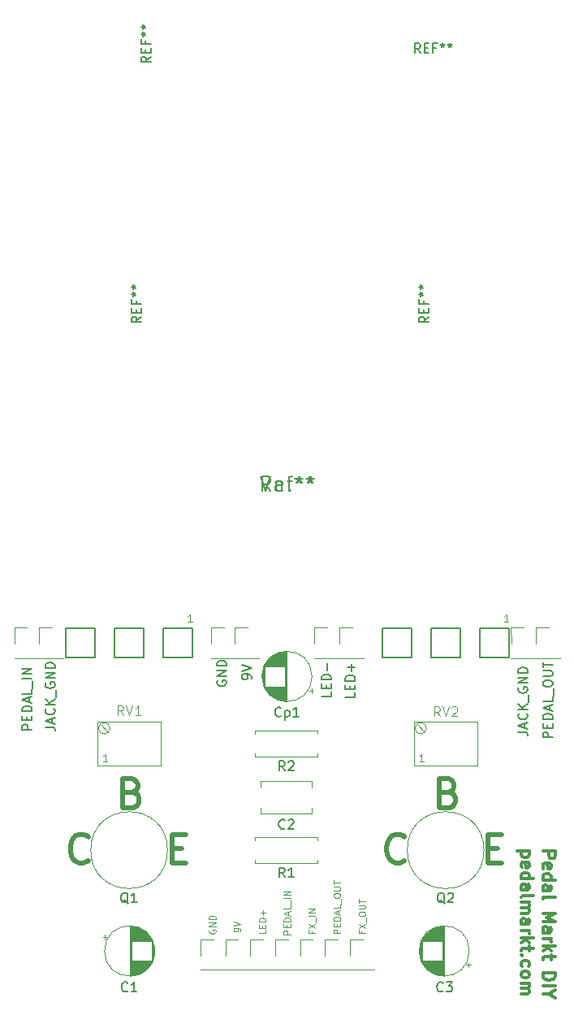
<source format=gbr>
G04 #@! TF.GenerationSoftware,KiCad,Pcbnew,(5.1.5-0-10_14)*
G04 #@! TF.CreationDate,2021-11-26T18:20:29+01:00*
G04 #@! TF.ProjectId,npnium,6e706e69-756d-42e6-9b69-6361645f7063,rev?*
G04 #@! TF.SameCoordinates,Original*
G04 #@! TF.FileFunction,Legend,Top*
G04 #@! TF.FilePolarity,Positive*
%FSLAX46Y46*%
G04 Gerber Fmt 4.6, Leading zero omitted, Abs format (unit mm)*
G04 Created by KiCad (PCBNEW (5.1.5-0-10_14)) date 2021-11-26 18:20:29*
%MOMM*%
%LPD*%
G04 APERTURE LIST*
%ADD10C,0.325000*%
%ADD11C,0.120000*%
%ADD12C,0.100000*%
%ADD13C,0.127000*%
%ADD14C,0.150000*%
%ADD15C,0.500000*%
%ADD16C,0.065024*%
%ADD17C,0.110000*%
%ADD18C,0.097536*%
G04 APERTURE END LIST*
D10*
X126649404Y-100120773D02*
X127949404Y-100120773D01*
X127949404Y-100616011D01*
X127887500Y-100739821D01*
X127825595Y-100801726D01*
X127701785Y-100863630D01*
X127516071Y-100863630D01*
X127392261Y-100801726D01*
X127330357Y-100739821D01*
X127268452Y-100616011D01*
X127268452Y-100120773D01*
X126711309Y-101916011D02*
X126649404Y-101792202D01*
X126649404Y-101544583D01*
X126711309Y-101420773D01*
X126835119Y-101358869D01*
X127330357Y-101358869D01*
X127454166Y-101420773D01*
X127516071Y-101544583D01*
X127516071Y-101792202D01*
X127454166Y-101916011D01*
X127330357Y-101977916D01*
X127206547Y-101977916D01*
X127082738Y-101358869D01*
X126649404Y-103092202D02*
X127949404Y-103092202D01*
X126711309Y-103092202D02*
X126649404Y-102968392D01*
X126649404Y-102720773D01*
X126711309Y-102596964D01*
X126773214Y-102535059D01*
X126897023Y-102473154D01*
X127268452Y-102473154D01*
X127392261Y-102535059D01*
X127454166Y-102596964D01*
X127516071Y-102720773D01*
X127516071Y-102968392D01*
X127454166Y-103092202D01*
X126649404Y-104268392D02*
X127330357Y-104268392D01*
X127454166Y-104206488D01*
X127516071Y-104082678D01*
X127516071Y-103835059D01*
X127454166Y-103711250D01*
X126711309Y-104268392D02*
X126649404Y-104144583D01*
X126649404Y-103835059D01*
X126711309Y-103711250D01*
X126835119Y-103649345D01*
X126958928Y-103649345D01*
X127082738Y-103711250D01*
X127144642Y-103835059D01*
X127144642Y-104144583D01*
X127206547Y-104268392D01*
X126649404Y-105073154D02*
X126711309Y-104949345D01*
X126835119Y-104887440D01*
X127949404Y-104887440D01*
X126649404Y-106558869D02*
X127949404Y-106558869D01*
X127020833Y-106992202D01*
X127949404Y-107425535D01*
X126649404Y-107425535D01*
X126649404Y-108601726D02*
X127330357Y-108601726D01*
X127454166Y-108539821D01*
X127516071Y-108416011D01*
X127516071Y-108168392D01*
X127454166Y-108044583D01*
X126711309Y-108601726D02*
X126649404Y-108477916D01*
X126649404Y-108168392D01*
X126711309Y-108044583D01*
X126835119Y-107982678D01*
X126958928Y-107982678D01*
X127082738Y-108044583D01*
X127144642Y-108168392D01*
X127144642Y-108477916D01*
X127206547Y-108601726D01*
X126649404Y-109220773D02*
X127516071Y-109220773D01*
X127268452Y-109220773D02*
X127392261Y-109282678D01*
X127454166Y-109344583D01*
X127516071Y-109468392D01*
X127516071Y-109592202D01*
X126649404Y-110025535D02*
X127949404Y-110025535D01*
X127144642Y-110149345D02*
X126649404Y-110520773D01*
X127516071Y-110520773D02*
X127020833Y-110025535D01*
X127516071Y-110892202D02*
X127516071Y-111387440D01*
X127949404Y-111077916D02*
X126835119Y-111077916D01*
X126711309Y-111139821D01*
X126649404Y-111263630D01*
X126649404Y-111387440D01*
X126649404Y-112811250D02*
X127949404Y-112811250D01*
X127949404Y-113120773D01*
X127887500Y-113306488D01*
X127763690Y-113430297D01*
X127639880Y-113492202D01*
X127392261Y-113554107D01*
X127206547Y-113554107D01*
X126958928Y-113492202D01*
X126835119Y-113430297D01*
X126711309Y-113306488D01*
X126649404Y-113120773D01*
X126649404Y-112811250D01*
X126649404Y-114111250D02*
X127949404Y-114111250D01*
X127268452Y-114977916D02*
X126649404Y-114977916D01*
X127949404Y-114544583D02*
X127268452Y-114977916D01*
X127949404Y-115411250D01*
X125241071Y-100120773D02*
X123941071Y-100120773D01*
X125179166Y-100120773D02*
X125241071Y-100244583D01*
X125241071Y-100492202D01*
X125179166Y-100616011D01*
X125117261Y-100677916D01*
X124993452Y-100739821D01*
X124622023Y-100739821D01*
X124498214Y-100677916D01*
X124436309Y-100616011D01*
X124374404Y-100492202D01*
X124374404Y-100244583D01*
X124436309Y-100120773D01*
X124436309Y-101792202D02*
X124374404Y-101668392D01*
X124374404Y-101420773D01*
X124436309Y-101296964D01*
X124560119Y-101235059D01*
X125055357Y-101235059D01*
X125179166Y-101296964D01*
X125241071Y-101420773D01*
X125241071Y-101668392D01*
X125179166Y-101792202D01*
X125055357Y-101854107D01*
X124931547Y-101854107D01*
X124807738Y-101235059D01*
X124374404Y-102968392D02*
X125674404Y-102968392D01*
X124436309Y-102968392D02*
X124374404Y-102844583D01*
X124374404Y-102596964D01*
X124436309Y-102473154D01*
X124498214Y-102411250D01*
X124622023Y-102349345D01*
X124993452Y-102349345D01*
X125117261Y-102411250D01*
X125179166Y-102473154D01*
X125241071Y-102596964D01*
X125241071Y-102844583D01*
X125179166Y-102968392D01*
X124374404Y-104144583D02*
X125055357Y-104144583D01*
X125179166Y-104082678D01*
X125241071Y-103958869D01*
X125241071Y-103711250D01*
X125179166Y-103587440D01*
X124436309Y-104144583D02*
X124374404Y-104020773D01*
X124374404Y-103711250D01*
X124436309Y-103587440D01*
X124560119Y-103525535D01*
X124683928Y-103525535D01*
X124807738Y-103587440D01*
X124869642Y-103711250D01*
X124869642Y-104020773D01*
X124931547Y-104144583D01*
X124374404Y-104949345D02*
X124436309Y-104825535D01*
X124560119Y-104763630D01*
X125674404Y-104763630D01*
X124374404Y-105444583D02*
X125241071Y-105444583D01*
X125117261Y-105444583D02*
X125179166Y-105506488D01*
X125241071Y-105630297D01*
X125241071Y-105816011D01*
X125179166Y-105939821D01*
X125055357Y-106001726D01*
X124374404Y-106001726D01*
X125055357Y-106001726D02*
X125179166Y-106063630D01*
X125241071Y-106187440D01*
X125241071Y-106373154D01*
X125179166Y-106496964D01*
X125055357Y-106558869D01*
X124374404Y-106558869D01*
X124374404Y-107735059D02*
X125055357Y-107735059D01*
X125179166Y-107673154D01*
X125241071Y-107549345D01*
X125241071Y-107301726D01*
X125179166Y-107177916D01*
X124436309Y-107735059D02*
X124374404Y-107611250D01*
X124374404Y-107301726D01*
X124436309Y-107177916D01*
X124560119Y-107116011D01*
X124683928Y-107116011D01*
X124807738Y-107177916D01*
X124869642Y-107301726D01*
X124869642Y-107611250D01*
X124931547Y-107735059D01*
X124374404Y-108354107D02*
X125241071Y-108354107D01*
X124993452Y-108354107D02*
X125117261Y-108416011D01*
X125179166Y-108477916D01*
X125241071Y-108601726D01*
X125241071Y-108725535D01*
X124374404Y-109158869D02*
X125674404Y-109158869D01*
X124869642Y-109282678D02*
X124374404Y-109654107D01*
X125241071Y-109654107D02*
X124745833Y-109158869D01*
X125241071Y-110025535D02*
X125241071Y-110520773D01*
X125674404Y-110211250D02*
X124560119Y-110211250D01*
X124436309Y-110273154D01*
X124374404Y-110396964D01*
X124374404Y-110520773D01*
X124498214Y-110954107D02*
X124436309Y-111016011D01*
X124374404Y-110954107D01*
X124436309Y-110892202D01*
X124498214Y-110954107D01*
X124374404Y-110954107D01*
X124436309Y-112130297D02*
X124374404Y-112006488D01*
X124374404Y-111758869D01*
X124436309Y-111635059D01*
X124498214Y-111573154D01*
X124622023Y-111511250D01*
X124993452Y-111511250D01*
X125117261Y-111573154D01*
X125179166Y-111635059D01*
X125241071Y-111758869D01*
X125241071Y-112006488D01*
X125179166Y-112130297D01*
X124374404Y-112873154D02*
X124436309Y-112749345D01*
X124498214Y-112687440D01*
X124622023Y-112625535D01*
X124993452Y-112625535D01*
X125117261Y-112687440D01*
X125179166Y-112749345D01*
X125241071Y-112873154D01*
X125241071Y-113058869D01*
X125179166Y-113182678D01*
X125117261Y-113244583D01*
X124993452Y-113306488D01*
X124622023Y-113306488D01*
X124498214Y-113244583D01*
X124436309Y-113182678D01*
X124374404Y-113058869D01*
X124374404Y-112873154D01*
X124374404Y-113863630D02*
X125241071Y-113863630D01*
X125117261Y-113863630D02*
X125179166Y-113925535D01*
X125241071Y-114049345D01*
X125241071Y-114235059D01*
X125179166Y-114358869D01*
X125055357Y-114420773D01*
X124374404Y-114420773D01*
X125055357Y-114420773D02*
X125179166Y-114482678D01*
X125241071Y-114606488D01*
X125241071Y-114792202D01*
X125179166Y-114916011D01*
X125055357Y-114977916D01*
X124374404Y-114977916D01*
D11*
X87500000Y-100000000D02*
G75*
G03X87500000Y-100000000I-4000000J0D01*
G01*
X120500000Y-100000000D02*
G75*
G03X120500000Y-100000000I-4000000J0D01*
G01*
X118904775Y-112225000D02*
X118904775Y-111725000D01*
X119154775Y-111975000D02*
X118654775Y-111975000D01*
X113749000Y-110784000D02*
X113749000Y-110216000D01*
X113789000Y-111018000D02*
X113789000Y-109982000D01*
X113829000Y-111177000D02*
X113829000Y-109823000D01*
X113869000Y-111305000D02*
X113869000Y-109695000D01*
X113909000Y-111415000D02*
X113909000Y-109585000D01*
X113949000Y-111511000D02*
X113949000Y-109489000D01*
X113989000Y-111598000D02*
X113989000Y-109402000D01*
X114029000Y-111678000D02*
X114029000Y-109322000D01*
X114069000Y-109460000D02*
X114069000Y-109249000D01*
X114069000Y-111751000D02*
X114069000Y-111540000D01*
X114109000Y-109460000D02*
X114109000Y-109181000D01*
X114109000Y-111819000D02*
X114109000Y-111540000D01*
X114149000Y-109460000D02*
X114149000Y-109117000D01*
X114149000Y-111883000D02*
X114149000Y-111540000D01*
X114189000Y-109460000D02*
X114189000Y-109057000D01*
X114189000Y-111943000D02*
X114189000Y-111540000D01*
X114229000Y-109460000D02*
X114229000Y-109000000D01*
X114229000Y-112000000D02*
X114229000Y-111540000D01*
X114269000Y-109460000D02*
X114269000Y-108946000D01*
X114269000Y-112054000D02*
X114269000Y-111540000D01*
X114309000Y-109460000D02*
X114309000Y-108895000D01*
X114309000Y-112105000D02*
X114309000Y-111540000D01*
X114349000Y-109460000D02*
X114349000Y-108847000D01*
X114349000Y-112153000D02*
X114349000Y-111540000D01*
X114389000Y-109460000D02*
X114389000Y-108801000D01*
X114389000Y-112199000D02*
X114389000Y-111540000D01*
X114429000Y-109460000D02*
X114429000Y-108757000D01*
X114429000Y-112243000D02*
X114429000Y-111540000D01*
X114469000Y-109460000D02*
X114469000Y-108715000D01*
X114469000Y-112285000D02*
X114469000Y-111540000D01*
X114509000Y-109460000D02*
X114509000Y-108674000D01*
X114509000Y-112326000D02*
X114509000Y-111540000D01*
X114549000Y-109460000D02*
X114549000Y-108636000D01*
X114549000Y-112364000D02*
X114549000Y-111540000D01*
X114589000Y-109460000D02*
X114589000Y-108599000D01*
X114589000Y-112401000D02*
X114589000Y-111540000D01*
X114629000Y-109460000D02*
X114629000Y-108563000D01*
X114629000Y-112437000D02*
X114629000Y-111540000D01*
X114669000Y-109460000D02*
X114669000Y-108529000D01*
X114669000Y-112471000D02*
X114669000Y-111540000D01*
X114709000Y-109460000D02*
X114709000Y-108496000D01*
X114709000Y-112504000D02*
X114709000Y-111540000D01*
X114749000Y-109460000D02*
X114749000Y-108465000D01*
X114749000Y-112535000D02*
X114749000Y-111540000D01*
X114789000Y-109460000D02*
X114789000Y-108435000D01*
X114789000Y-112565000D02*
X114789000Y-111540000D01*
X114829000Y-109460000D02*
X114829000Y-108405000D01*
X114829000Y-112595000D02*
X114829000Y-111540000D01*
X114869000Y-109460000D02*
X114869000Y-108378000D01*
X114869000Y-112622000D02*
X114869000Y-111540000D01*
X114909000Y-109460000D02*
X114909000Y-108351000D01*
X114909000Y-112649000D02*
X114909000Y-111540000D01*
X114949000Y-109460000D02*
X114949000Y-108325000D01*
X114949000Y-112675000D02*
X114949000Y-111540000D01*
X114989000Y-109460000D02*
X114989000Y-108300000D01*
X114989000Y-112700000D02*
X114989000Y-111540000D01*
X115029000Y-109460000D02*
X115029000Y-108276000D01*
X115029000Y-112724000D02*
X115029000Y-111540000D01*
X115069000Y-109460000D02*
X115069000Y-108253000D01*
X115069000Y-112747000D02*
X115069000Y-111540000D01*
X115109000Y-109460000D02*
X115109000Y-108232000D01*
X115109000Y-112768000D02*
X115109000Y-111540000D01*
X115149000Y-109460000D02*
X115149000Y-108210000D01*
X115149000Y-112790000D02*
X115149000Y-111540000D01*
X115189000Y-109460000D02*
X115189000Y-108190000D01*
X115189000Y-112810000D02*
X115189000Y-111540000D01*
X115229000Y-109460000D02*
X115229000Y-108171000D01*
X115229000Y-112829000D02*
X115229000Y-111540000D01*
X115269000Y-109460000D02*
X115269000Y-108152000D01*
X115269000Y-112848000D02*
X115269000Y-111540000D01*
X115309000Y-109460000D02*
X115309000Y-108135000D01*
X115309000Y-112865000D02*
X115309000Y-111540000D01*
X115349000Y-109460000D02*
X115349000Y-108118000D01*
X115349000Y-112882000D02*
X115349000Y-111540000D01*
X115389000Y-109460000D02*
X115389000Y-108102000D01*
X115389000Y-112898000D02*
X115389000Y-111540000D01*
X115429000Y-109460000D02*
X115429000Y-108086000D01*
X115429000Y-112914000D02*
X115429000Y-111540000D01*
X115469000Y-109460000D02*
X115469000Y-108072000D01*
X115469000Y-112928000D02*
X115469000Y-111540000D01*
X115509000Y-109460000D02*
X115509000Y-108058000D01*
X115509000Y-112942000D02*
X115509000Y-111540000D01*
X115549000Y-109460000D02*
X115549000Y-108045000D01*
X115549000Y-112955000D02*
X115549000Y-111540000D01*
X115589000Y-109460000D02*
X115589000Y-108032000D01*
X115589000Y-112968000D02*
X115589000Y-111540000D01*
X115629000Y-109460000D02*
X115629000Y-108020000D01*
X115629000Y-112980000D02*
X115629000Y-111540000D01*
X115670000Y-109460000D02*
X115670000Y-108009000D01*
X115670000Y-112991000D02*
X115670000Y-111540000D01*
X115710000Y-109460000D02*
X115710000Y-107999000D01*
X115710000Y-113001000D02*
X115710000Y-111540000D01*
X115750000Y-109460000D02*
X115750000Y-107989000D01*
X115750000Y-113011000D02*
X115750000Y-111540000D01*
X115790000Y-109460000D02*
X115790000Y-107980000D01*
X115790000Y-113020000D02*
X115790000Y-111540000D01*
X115830000Y-109460000D02*
X115830000Y-107972000D01*
X115830000Y-113028000D02*
X115830000Y-111540000D01*
X115870000Y-109460000D02*
X115870000Y-107964000D01*
X115870000Y-113036000D02*
X115870000Y-111540000D01*
X115910000Y-109460000D02*
X115910000Y-107957000D01*
X115910000Y-113043000D02*
X115910000Y-111540000D01*
X115950000Y-109460000D02*
X115950000Y-107950000D01*
X115950000Y-113050000D02*
X115950000Y-111540000D01*
X115990000Y-109460000D02*
X115990000Y-107944000D01*
X115990000Y-113056000D02*
X115990000Y-111540000D01*
X116030000Y-109460000D02*
X116030000Y-107939000D01*
X116030000Y-113061000D02*
X116030000Y-111540000D01*
X116070000Y-109460000D02*
X116070000Y-107935000D01*
X116070000Y-113065000D02*
X116070000Y-111540000D01*
X116110000Y-109460000D02*
X116110000Y-107931000D01*
X116110000Y-113069000D02*
X116110000Y-111540000D01*
X116150000Y-113073000D02*
X116150000Y-107927000D01*
X116190000Y-113076000D02*
X116190000Y-107924000D01*
X116230000Y-113078000D02*
X116230000Y-107922000D01*
X116270000Y-113079000D02*
X116270000Y-107921000D01*
X116310000Y-113080000D02*
X116310000Y-107920000D01*
X116350000Y-113080000D02*
X116350000Y-107920000D01*
X118970000Y-110500000D02*
G75*
G03X118970000Y-110500000I-2620000J0D01*
G01*
D12*
X119820000Y-91200000D02*
X119820000Y-86600000D01*
X113180000Y-86600000D02*
X119820000Y-86600000D01*
X113180000Y-91200000D02*
X113180000Y-86600000D01*
X119820000Y-91200000D02*
X113180000Y-91200000D01*
X114500000Y-87300000D02*
G75*
G03X114500000Y-87300000I-600000J0D01*
G01*
X114200000Y-87600000D02*
X113600000Y-87000000D01*
X86820000Y-91200000D02*
X86820000Y-86600000D01*
X80180000Y-86600000D02*
X86820000Y-86600000D01*
X80180000Y-91200000D02*
X80180000Y-86600000D01*
X86820000Y-91200000D02*
X80180000Y-91200000D01*
X81500000Y-87300000D02*
G75*
G03X81500000Y-87300000I-600000J0D01*
G01*
X81200000Y-87600000D02*
X80600000Y-87000000D01*
D11*
X96620000Y-87530000D02*
X96620000Y-87860000D01*
X103160000Y-87530000D02*
X96620000Y-87530000D01*
X103160000Y-87860000D02*
X103160000Y-87530000D01*
X96620000Y-90270000D02*
X96620000Y-89940000D01*
X103160000Y-90270000D02*
X96620000Y-90270000D01*
X103160000Y-89940000D02*
X103160000Y-90270000D01*
X96620000Y-98630000D02*
X96620000Y-98960000D01*
X103160000Y-98630000D02*
X96620000Y-98630000D01*
X103160000Y-98960000D02*
X103160000Y-98630000D01*
X96620000Y-101370000D02*
X96620000Y-101040000D01*
X103160000Y-101370000D02*
X96620000Y-101370000D01*
X103160000Y-101040000D02*
X103160000Y-101370000D01*
X105430000Y-76810000D02*
X106760000Y-76810000D01*
X105433500Y-78463500D02*
X105430000Y-76810000D01*
X105420000Y-79976500D02*
X107960000Y-79980000D01*
X125930000Y-76810000D02*
X127260000Y-76810000D01*
X125933500Y-78463500D02*
X125930000Y-76810000D01*
X125920000Y-79976500D02*
X128460000Y-79980000D01*
X98730000Y-109310000D02*
X100060000Y-109310000D01*
X98733500Y-110963500D02*
X98730000Y-109310000D01*
X98720000Y-112476500D02*
X101260000Y-112480000D01*
X102830000Y-76810000D02*
X104160000Y-76810000D01*
X102833500Y-78463500D02*
X102830000Y-76810000D01*
X102820000Y-79976500D02*
X105360000Y-79980000D01*
X96130000Y-109310000D02*
X97460000Y-109310000D01*
X96133500Y-110963500D02*
X96130000Y-109310000D01*
X96120000Y-112476500D02*
X98660000Y-112480000D01*
X123330000Y-76810000D02*
X124660000Y-76810000D01*
X123333500Y-78463500D02*
X123330000Y-76810000D01*
X123320000Y-79976500D02*
X125860000Y-79980000D01*
X103930000Y-109310000D02*
X105260000Y-109310000D01*
X103933500Y-110963500D02*
X103930000Y-109310000D01*
X103920000Y-112476500D02*
X106460000Y-112480000D01*
X74130000Y-76810000D02*
X75460000Y-76810000D01*
X74133500Y-78463500D02*
X74130000Y-76810000D01*
X74120000Y-79976500D02*
X76660000Y-79980000D01*
X71530000Y-76810000D02*
X72860000Y-76810000D01*
X71533500Y-78463500D02*
X71530000Y-76810000D01*
X71520000Y-79976500D02*
X74060000Y-79980000D01*
X93530000Y-109310000D02*
X94860000Y-109310000D01*
X93533500Y-110963500D02*
X93530000Y-109310000D01*
X93520000Y-112476500D02*
X96060000Y-112480000D01*
X90930000Y-109310000D02*
X92260000Y-109310000D01*
X90933500Y-110963500D02*
X90930000Y-109310000D01*
X90920000Y-112476500D02*
X93460000Y-112480000D01*
X106530000Y-109310000D02*
X107860000Y-109310000D01*
X106533500Y-110963500D02*
X106530000Y-109310000D01*
X106520000Y-112476500D02*
X109060000Y-112480000D01*
X101330000Y-109310000D02*
X102660000Y-109310000D01*
X101333500Y-110963500D02*
X101330000Y-109310000D01*
X101320000Y-112476500D02*
X103860000Y-112480000D01*
X94530000Y-76810000D02*
X95860000Y-76810000D01*
X94533500Y-78463500D02*
X94530000Y-76810000D01*
X94520000Y-79976500D02*
X97060000Y-79980000D01*
X92030000Y-76810000D02*
X93360000Y-76810000D01*
X92033500Y-78463500D02*
X92030000Y-76810000D01*
X92020000Y-79976500D02*
X94560000Y-79980000D01*
X102504775Y-83625000D02*
X102504775Y-83125000D01*
X102754775Y-83375000D02*
X102254775Y-83375000D01*
X97349000Y-82184000D02*
X97349000Y-81616000D01*
X97389000Y-82418000D02*
X97389000Y-81382000D01*
X97429000Y-82577000D02*
X97429000Y-81223000D01*
X97469000Y-82705000D02*
X97469000Y-81095000D01*
X97509000Y-82815000D02*
X97509000Y-80985000D01*
X97549000Y-82911000D02*
X97549000Y-80889000D01*
X97589000Y-82998000D02*
X97589000Y-80802000D01*
X97629000Y-83078000D02*
X97629000Y-80722000D01*
X97669000Y-80860000D02*
X97669000Y-80649000D01*
X97669000Y-83151000D02*
X97669000Y-82940000D01*
X97709000Y-80860000D02*
X97709000Y-80581000D01*
X97709000Y-83219000D02*
X97709000Y-82940000D01*
X97749000Y-80860000D02*
X97749000Y-80517000D01*
X97749000Y-83283000D02*
X97749000Y-82940000D01*
X97789000Y-80860000D02*
X97789000Y-80457000D01*
X97789000Y-83343000D02*
X97789000Y-82940000D01*
X97829000Y-80860000D02*
X97829000Y-80400000D01*
X97829000Y-83400000D02*
X97829000Y-82940000D01*
X97869000Y-80860000D02*
X97869000Y-80346000D01*
X97869000Y-83454000D02*
X97869000Y-82940000D01*
X97909000Y-80860000D02*
X97909000Y-80295000D01*
X97909000Y-83505000D02*
X97909000Y-82940000D01*
X97949000Y-80860000D02*
X97949000Y-80247000D01*
X97949000Y-83553000D02*
X97949000Y-82940000D01*
X97989000Y-80860000D02*
X97989000Y-80201000D01*
X97989000Y-83599000D02*
X97989000Y-82940000D01*
X98029000Y-80860000D02*
X98029000Y-80157000D01*
X98029000Y-83643000D02*
X98029000Y-82940000D01*
X98069000Y-80860000D02*
X98069000Y-80115000D01*
X98069000Y-83685000D02*
X98069000Y-82940000D01*
X98109000Y-80860000D02*
X98109000Y-80074000D01*
X98109000Y-83726000D02*
X98109000Y-82940000D01*
X98149000Y-80860000D02*
X98149000Y-80036000D01*
X98149000Y-83764000D02*
X98149000Y-82940000D01*
X98189000Y-80860000D02*
X98189000Y-79999000D01*
X98189000Y-83801000D02*
X98189000Y-82940000D01*
X98229000Y-80860000D02*
X98229000Y-79963000D01*
X98229000Y-83837000D02*
X98229000Y-82940000D01*
X98269000Y-80860000D02*
X98269000Y-79929000D01*
X98269000Y-83871000D02*
X98269000Y-82940000D01*
X98309000Y-80860000D02*
X98309000Y-79896000D01*
X98309000Y-83904000D02*
X98309000Y-82940000D01*
X98349000Y-80860000D02*
X98349000Y-79865000D01*
X98349000Y-83935000D02*
X98349000Y-82940000D01*
X98389000Y-80860000D02*
X98389000Y-79835000D01*
X98389000Y-83965000D02*
X98389000Y-82940000D01*
X98429000Y-80860000D02*
X98429000Y-79805000D01*
X98429000Y-83995000D02*
X98429000Y-82940000D01*
X98469000Y-80860000D02*
X98469000Y-79778000D01*
X98469000Y-84022000D02*
X98469000Y-82940000D01*
X98509000Y-80860000D02*
X98509000Y-79751000D01*
X98509000Y-84049000D02*
X98509000Y-82940000D01*
X98549000Y-80860000D02*
X98549000Y-79725000D01*
X98549000Y-84075000D02*
X98549000Y-82940000D01*
X98589000Y-80860000D02*
X98589000Y-79700000D01*
X98589000Y-84100000D02*
X98589000Y-82940000D01*
X98629000Y-80860000D02*
X98629000Y-79676000D01*
X98629000Y-84124000D02*
X98629000Y-82940000D01*
X98669000Y-80860000D02*
X98669000Y-79653000D01*
X98669000Y-84147000D02*
X98669000Y-82940000D01*
X98709000Y-80860000D02*
X98709000Y-79632000D01*
X98709000Y-84168000D02*
X98709000Y-82940000D01*
X98749000Y-80860000D02*
X98749000Y-79610000D01*
X98749000Y-84190000D02*
X98749000Y-82940000D01*
X98789000Y-80860000D02*
X98789000Y-79590000D01*
X98789000Y-84210000D02*
X98789000Y-82940000D01*
X98829000Y-80860000D02*
X98829000Y-79571000D01*
X98829000Y-84229000D02*
X98829000Y-82940000D01*
X98869000Y-80860000D02*
X98869000Y-79552000D01*
X98869000Y-84248000D02*
X98869000Y-82940000D01*
X98909000Y-80860000D02*
X98909000Y-79535000D01*
X98909000Y-84265000D02*
X98909000Y-82940000D01*
X98949000Y-80860000D02*
X98949000Y-79518000D01*
X98949000Y-84282000D02*
X98949000Y-82940000D01*
X98989000Y-80860000D02*
X98989000Y-79502000D01*
X98989000Y-84298000D02*
X98989000Y-82940000D01*
X99029000Y-80860000D02*
X99029000Y-79486000D01*
X99029000Y-84314000D02*
X99029000Y-82940000D01*
X99069000Y-80860000D02*
X99069000Y-79472000D01*
X99069000Y-84328000D02*
X99069000Y-82940000D01*
X99109000Y-80860000D02*
X99109000Y-79458000D01*
X99109000Y-84342000D02*
X99109000Y-82940000D01*
X99149000Y-80860000D02*
X99149000Y-79445000D01*
X99149000Y-84355000D02*
X99149000Y-82940000D01*
X99189000Y-80860000D02*
X99189000Y-79432000D01*
X99189000Y-84368000D02*
X99189000Y-82940000D01*
X99229000Y-80860000D02*
X99229000Y-79420000D01*
X99229000Y-84380000D02*
X99229000Y-82940000D01*
X99270000Y-80860000D02*
X99270000Y-79409000D01*
X99270000Y-84391000D02*
X99270000Y-82940000D01*
X99310000Y-80860000D02*
X99310000Y-79399000D01*
X99310000Y-84401000D02*
X99310000Y-82940000D01*
X99350000Y-80860000D02*
X99350000Y-79389000D01*
X99350000Y-84411000D02*
X99350000Y-82940000D01*
X99390000Y-80860000D02*
X99390000Y-79380000D01*
X99390000Y-84420000D02*
X99390000Y-82940000D01*
X99430000Y-80860000D02*
X99430000Y-79372000D01*
X99430000Y-84428000D02*
X99430000Y-82940000D01*
X99470000Y-80860000D02*
X99470000Y-79364000D01*
X99470000Y-84436000D02*
X99470000Y-82940000D01*
X99510000Y-80860000D02*
X99510000Y-79357000D01*
X99510000Y-84443000D02*
X99510000Y-82940000D01*
X99550000Y-80860000D02*
X99550000Y-79350000D01*
X99550000Y-84450000D02*
X99550000Y-82940000D01*
X99590000Y-80860000D02*
X99590000Y-79344000D01*
X99590000Y-84456000D02*
X99590000Y-82940000D01*
X99630000Y-80860000D02*
X99630000Y-79339000D01*
X99630000Y-84461000D02*
X99630000Y-82940000D01*
X99670000Y-80860000D02*
X99670000Y-79335000D01*
X99670000Y-84465000D02*
X99670000Y-82940000D01*
X99710000Y-80860000D02*
X99710000Y-79331000D01*
X99710000Y-84469000D02*
X99710000Y-82940000D01*
X99750000Y-84473000D02*
X99750000Y-79327000D01*
X99790000Y-84476000D02*
X99790000Y-79324000D01*
X99830000Y-84478000D02*
X99830000Y-79322000D01*
X99870000Y-84479000D02*
X99870000Y-79321000D01*
X99910000Y-84480000D02*
X99910000Y-79320000D01*
X99950000Y-84480000D02*
X99950000Y-79320000D01*
X102570000Y-81900000D02*
G75*
G03X102570000Y-81900000I-2620000J0D01*
G01*
X97230000Y-93445000D02*
X97230000Y-92779000D01*
X97230000Y-96221000D02*
X97230000Y-95555000D01*
X102570000Y-93445000D02*
X102570000Y-92779000D01*
X102570000Y-96221000D02*
X102570000Y-95555000D01*
X102570000Y-92779000D02*
X97230000Y-92779000D01*
X102570000Y-96221000D02*
X97230000Y-96221000D01*
X80995225Y-108775000D02*
X80995225Y-109275000D01*
X80745225Y-109025000D02*
X81245225Y-109025000D01*
X86151000Y-110216000D02*
X86151000Y-110784000D01*
X86111000Y-109982000D02*
X86111000Y-111018000D01*
X86071000Y-109823000D02*
X86071000Y-111177000D01*
X86031000Y-109695000D02*
X86031000Y-111305000D01*
X85991000Y-109585000D02*
X85991000Y-111415000D01*
X85951000Y-109489000D02*
X85951000Y-111511000D01*
X85911000Y-109402000D02*
X85911000Y-111598000D01*
X85871000Y-109322000D02*
X85871000Y-111678000D01*
X85831000Y-111540000D02*
X85831000Y-111751000D01*
X85831000Y-109249000D02*
X85831000Y-109460000D01*
X85791000Y-111540000D02*
X85791000Y-111819000D01*
X85791000Y-109181000D02*
X85791000Y-109460000D01*
X85751000Y-111540000D02*
X85751000Y-111883000D01*
X85751000Y-109117000D02*
X85751000Y-109460000D01*
X85711000Y-111540000D02*
X85711000Y-111943000D01*
X85711000Y-109057000D02*
X85711000Y-109460000D01*
X85671000Y-111540000D02*
X85671000Y-112000000D01*
X85671000Y-109000000D02*
X85671000Y-109460000D01*
X85631000Y-111540000D02*
X85631000Y-112054000D01*
X85631000Y-108946000D02*
X85631000Y-109460000D01*
X85591000Y-111540000D02*
X85591000Y-112105000D01*
X85591000Y-108895000D02*
X85591000Y-109460000D01*
X85551000Y-111540000D02*
X85551000Y-112153000D01*
X85551000Y-108847000D02*
X85551000Y-109460000D01*
X85511000Y-111540000D02*
X85511000Y-112199000D01*
X85511000Y-108801000D02*
X85511000Y-109460000D01*
X85471000Y-111540000D02*
X85471000Y-112243000D01*
X85471000Y-108757000D02*
X85471000Y-109460000D01*
X85431000Y-111540000D02*
X85431000Y-112285000D01*
X85431000Y-108715000D02*
X85431000Y-109460000D01*
X85391000Y-111540000D02*
X85391000Y-112326000D01*
X85391000Y-108674000D02*
X85391000Y-109460000D01*
X85351000Y-111540000D02*
X85351000Y-112364000D01*
X85351000Y-108636000D02*
X85351000Y-109460000D01*
X85311000Y-111540000D02*
X85311000Y-112401000D01*
X85311000Y-108599000D02*
X85311000Y-109460000D01*
X85271000Y-111540000D02*
X85271000Y-112437000D01*
X85271000Y-108563000D02*
X85271000Y-109460000D01*
X85231000Y-111540000D02*
X85231000Y-112471000D01*
X85231000Y-108529000D02*
X85231000Y-109460000D01*
X85191000Y-111540000D02*
X85191000Y-112504000D01*
X85191000Y-108496000D02*
X85191000Y-109460000D01*
X85151000Y-111540000D02*
X85151000Y-112535000D01*
X85151000Y-108465000D02*
X85151000Y-109460000D01*
X85111000Y-111540000D02*
X85111000Y-112565000D01*
X85111000Y-108435000D02*
X85111000Y-109460000D01*
X85071000Y-111540000D02*
X85071000Y-112595000D01*
X85071000Y-108405000D02*
X85071000Y-109460000D01*
X85031000Y-111540000D02*
X85031000Y-112622000D01*
X85031000Y-108378000D02*
X85031000Y-109460000D01*
X84991000Y-111540000D02*
X84991000Y-112649000D01*
X84991000Y-108351000D02*
X84991000Y-109460000D01*
X84951000Y-111540000D02*
X84951000Y-112675000D01*
X84951000Y-108325000D02*
X84951000Y-109460000D01*
X84911000Y-111540000D02*
X84911000Y-112700000D01*
X84911000Y-108300000D02*
X84911000Y-109460000D01*
X84871000Y-111540000D02*
X84871000Y-112724000D01*
X84871000Y-108276000D02*
X84871000Y-109460000D01*
X84831000Y-111540000D02*
X84831000Y-112747000D01*
X84831000Y-108253000D02*
X84831000Y-109460000D01*
X84791000Y-111540000D02*
X84791000Y-112768000D01*
X84791000Y-108232000D02*
X84791000Y-109460000D01*
X84751000Y-111540000D02*
X84751000Y-112790000D01*
X84751000Y-108210000D02*
X84751000Y-109460000D01*
X84711000Y-111540000D02*
X84711000Y-112810000D01*
X84711000Y-108190000D02*
X84711000Y-109460000D01*
X84671000Y-111540000D02*
X84671000Y-112829000D01*
X84671000Y-108171000D02*
X84671000Y-109460000D01*
X84631000Y-111540000D02*
X84631000Y-112848000D01*
X84631000Y-108152000D02*
X84631000Y-109460000D01*
X84591000Y-111540000D02*
X84591000Y-112865000D01*
X84591000Y-108135000D02*
X84591000Y-109460000D01*
X84551000Y-111540000D02*
X84551000Y-112882000D01*
X84551000Y-108118000D02*
X84551000Y-109460000D01*
X84511000Y-111540000D02*
X84511000Y-112898000D01*
X84511000Y-108102000D02*
X84511000Y-109460000D01*
X84471000Y-111540000D02*
X84471000Y-112914000D01*
X84471000Y-108086000D02*
X84471000Y-109460000D01*
X84431000Y-111540000D02*
X84431000Y-112928000D01*
X84431000Y-108072000D02*
X84431000Y-109460000D01*
X84391000Y-111540000D02*
X84391000Y-112942000D01*
X84391000Y-108058000D02*
X84391000Y-109460000D01*
X84351000Y-111540000D02*
X84351000Y-112955000D01*
X84351000Y-108045000D02*
X84351000Y-109460000D01*
X84311000Y-111540000D02*
X84311000Y-112968000D01*
X84311000Y-108032000D02*
X84311000Y-109460000D01*
X84271000Y-111540000D02*
X84271000Y-112980000D01*
X84271000Y-108020000D02*
X84271000Y-109460000D01*
X84230000Y-111540000D02*
X84230000Y-112991000D01*
X84230000Y-108009000D02*
X84230000Y-109460000D01*
X84190000Y-111540000D02*
X84190000Y-113001000D01*
X84190000Y-107999000D02*
X84190000Y-109460000D01*
X84150000Y-111540000D02*
X84150000Y-113011000D01*
X84150000Y-107989000D02*
X84150000Y-109460000D01*
X84110000Y-111540000D02*
X84110000Y-113020000D01*
X84110000Y-107980000D02*
X84110000Y-109460000D01*
X84070000Y-111540000D02*
X84070000Y-113028000D01*
X84070000Y-107972000D02*
X84070000Y-109460000D01*
X84030000Y-111540000D02*
X84030000Y-113036000D01*
X84030000Y-107964000D02*
X84030000Y-109460000D01*
X83990000Y-111540000D02*
X83990000Y-113043000D01*
X83990000Y-107957000D02*
X83990000Y-109460000D01*
X83950000Y-111540000D02*
X83950000Y-113050000D01*
X83950000Y-107950000D02*
X83950000Y-109460000D01*
X83910000Y-111540000D02*
X83910000Y-113056000D01*
X83910000Y-107944000D02*
X83910000Y-109460000D01*
X83870000Y-111540000D02*
X83870000Y-113061000D01*
X83870000Y-107939000D02*
X83870000Y-109460000D01*
X83830000Y-111540000D02*
X83830000Y-113065000D01*
X83830000Y-107935000D02*
X83830000Y-109460000D01*
X83790000Y-111540000D02*
X83790000Y-113069000D01*
X83790000Y-107931000D02*
X83790000Y-109460000D01*
X83750000Y-107927000D02*
X83750000Y-113073000D01*
X83710000Y-107924000D02*
X83710000Y-113076000D01*
X83670000Y-107922000D02*
X83670000Y-113078000D01*
X83630000Y-107921000D02*
X83630000Y-113079000D01*
X83590000Y-107920000D02*
X83590000Y-113080000D01*
X83550000Y-107920000D02*
X83550000Y-113080000D01*
X86170000Y-110500000D02*
G75*
G03X86170000Y-110500000I-2620000J0D01*
G01*
D13*
X123104000Y-79924000D02*
X123104000Y-76876000D01*
X120056000Y-79924000D02*
X123104000Y-79924000D01*
X120056000Y-76876000D02*
X120056000Y-79924000D01*
X118024000Y-79924000D02*
X118024000Y-76876000D01*
X114976000Y-79924000D02*
X118024000Y-79924000D01*
X114976000Y-76876000D02*
X114976000Y-79924000D01*
X112944000Y-79924000D02*
X112944000Y-76876000D01*
X109896000Y-79924000D02*
X112944000Y-79924000D01*
X109896000Y-76876000D02*
X109896000Y-79924000D01*
X120056000Y-76876000D02*
X123104000Y-76876000D01*
X114976000Y-76876000D02*
X118024000Y-76876000D01*
X109896000Y-76876000D02*
X112944000Y-76876000D01*
X90104000Y-79924000D02*
X90104000Y-76876000D01*
X87056000Y-79924000D02*
X90104000Y-79924000D01*
X87056000Y-76876000D02*
X87056000Y-79924000D01*
X85024000Y-79924000D02*
X85024000Y-76876000D01*
X81976000Y-79924000D02*
X85024000Y-79924000D01*
X81976000Y-76876000D02*
X81976000Y-79924000D01*
X79944000Y-79924000D02*
X79944000Y-76876000D01*
X76896000Y-79924000D02*
X79944000Y-79924000D01*
X76896000Y-76876000D02*
X76896000Y-79924000D01*
X87056000Y-76876000D02*
X90104000Y-76876000D01*
X81976000Y-76876000D02*
X85024000Y-76876000D01*
X76896000Y-76876000D02*
X79944000Y-76876000D01*
D14*
X83404761Y-105547619D02*
X83309523Y-105500000D01*
X83214285Y-105404761D01*
X83071428Y-105261904D01*
X82976190Y-105214285D01*
X82880952Y-105214285D01*
X82928571Y-105452380D02*
X82833333Y-105404761D01*
X82738095Y-105309523D01*
X82690476Y-105119047D01*
X82690476Y-104785714D01*
X82738095Y-104595238D01*
X82833333Y-104500000D01*
X82928571Y-104452380D01*
X83119047Y-104452380D01*
X83214285Y-104500000D01*
X83309523Y-104595238D01*
X83357142Y-104785714D01*
X83357142Y-105119047D01*
X83309523Y-105309523D01*
X83214285Y-105404761D01*
X83119047Y-105452380D01*
X82928571Y-105452380D01*
X84309523Y-105452380D02*
X83738095Y-105452380D01*
X84023809Y-105452380D02*
X84023809Y-104452380D01*
X83928571Y-104595238D01*
X83833333Y-104690476D01*
X83738095Y-104738095D01*
D15*
X83814285Y-93985714D02*
X84242857Y-94128571D01*
X84385714Y-94271428D01*
X84528571Y-94557142D01*
X84528571Y-94985714D01*
X84385714Y-95271428D01*
X84242857Y-95414285D01*
X83957142Y-95557142D01*
X82814285Y-95557142D01*
X82814285Y-92557142D01*
X83814285Y-92557142D01*
X84100000Y-92700000D01*
X84242857Y-92842857D01*
X84385714Y-93128571D01*
X84385714Y-93414285D01*
X84242857Y-93700000D01*
X84100000Y-93842857D01*
X83814285Y-93985714D01*
X82814285Y-93985714D01*
X87957142Y-99785714D02*
X88957142Y-99785714D01*
X89385714Y-101357142D02*
X87957142Y-101357142D01*
X87957142Y-98357142D01*
X89385714Y-98357142D01*
X79228571Y-101071428D02*
X79085714Y-101214285D01*
X78657142Y-101357142D01*
X78371428Y-101357142D01*
X77942857Y-101214285D01*
X77657142Y-100928571D01*
X77514285Y-100642857D01*
X77371428Y-100071428D01*
X77371428Y-99642857D01*
X77514285Y-99071428D01*
X77657142Y-98785714D01*
X77942857Y-98500000D01*
X78371428Y-98357142D01*
X78657142Y-98357142D01*
X79085714Y-98500000D01*
X79228571Y-98642857D01*
D14*
X116404761Y-105547619D02*
X116309523Y-105500000D01*
X116214285Y-105404761D01*
X116071428Y-105261904D01*
X115976190Y-105214285D01*
X115880952Y-105214285D01*
X115928571Y-105452380D02*
X115833333Y-105404761D01*
X115738095Y-105309523D01*
X115690476Y-105119047D01*
X115690476Y-104785714D01*
X115738095Y-104595238D01*
X115833333Y-104500000D01*
X115928571Y-104452380D01*
X116119047Y-104452380D01*
X116214285Y-104500000D01*
X116309523Y-104595238D01*
X116357142Y-104785714D01*
X116357142Y-105119047D01*
X116309523Y-105309523D01*
X116214285Y-105404761D01*
X116119047Y-105452380D01*
X115928571Y-105452380D01*
X116738095Y-104547619D02*
X116785714Y-104500000D01*
X116880952Y-104452380D01*
X117119047Y-104452380D01*
X117214285Y-104500000D01*
X117261904Y-104547619D01*
X117309523Y-104642857D01*
X117309523Y-104738095D01*
X117261904Y-104880952D01*
X116690476Y-105452380D01*
X117309523Y-105452380D01*
D15*
X116814285Y-93985714D02*
X117242857Y-94128571D01*
X117385714Y-94271428D01*
X117528571Y-94557142D01*
X117528571Y-94985714D01*
X117385714Y-95271428D01*
X117242857Y-95414285D01*
X116957142Y-95557142D01*
X115814285Y-95557142D01*
X115814285Y-92557142D01*
X116814285Y-92557142D01*
X117100000Y-92700000D01*
X117242857Y-92842857D01*
X117385714Y-93128571D01*
X117385714Y-93414285D01*
X117242857Y-93700000D01*
X117100000Y-93842857D01*
X116814285Y-93985714D01*
X115814285Y-93985714D01*
X120957142Y-99785714D02*
X121957142Y-99785714D01*
X122385714Y-101357142D02*
X120957142Y-101357142D01*
X120957142Y-98357142D01*
X122385714Y-98357142D01*
X112228571Y-101071428D02*
X112085714Y-101214285D01*
X111657142Y-101357142D01*
X111371428Y-101357142D01*
X110942857Y-101214285D01*
X110657142Y-100928571D01*
X110514285Y-100642857D01*
X110371428Y-100071428D01*
X110371428Y-99642857D01*
X110514285Y-99071428D01*
X110657142Y-98785714D01*
X110942857Y-98500000D01*
X111371428Y-98357142D01*
X111657142Y-98357142D01*
X112085714Y-98500000D01*
X112228571Y-98642857D01*
D14*
X116233333Y-114657142D02*
X116185714Y-114704761D01*
X116042857Y-114752380D01*
X115947619Y-114752380D01*
X115804761Y-114704761D01*
X115709523Y-114609523D01*
X115661904Y-114514285D01*
X115614285Y-114323809D01*
X115614285Y-114180952D01*
X115661904Y-113990476D01*
X115709523Y-113895238D01*
X115804761Y-113800000D01*
X115947619Y-113752380D01*
X116042857Y-113752380D01*
X116185714Y-113800000D01*
X116233333Y-113847619D01*
X116566666Y-113752380D02*
X117185714Y-113752380D01*
X116852380Y-114133333D01*
X116995238Y-114133333D01*
X117090476Y-114180952D01*
X117138095Y-114228571D01*
X117185714Y-114323809D01*
X117185714Y-114561904D01*
X117138095Y-114657142D01*
X117090476Y-114704761D01*
X116995238Y-114752380D01*
X116709523Y-114752380D01*
X116614285Y-114704761D01*
X116566666Y-114657142D01*
D12*
X115904761Y-86052380D02*
X115571428Y-85576190D01*
X115333333Y-86052380D02*
X115333333Y-85052380D01*
X115714285Y-85052380D01*
X115809523Y-85100000D01*
X115857142Y-85147619D01*
X115904761Y-85242857D01*
X115904761Y-85385714D01*
X115857142Y-85480952D01*
X115809523Y-85528571D01*
X115714285Y-85576190D01*
X115333333Y-85576190D01*
X116190476Y-85052380D02*
X116523809Y-86052380D01*
X116857142Y-85052380D01*
X117142857Y-85147619D02*
X117190476Y-85100000D01*
X117285714Y-85052380D01*
X117523809Y-85052380D01*
X117619047Y-85100000D01*
X117666666Y-85147619D01*
X117714285Y-85242857D01*
X117714285Y-85338095D01*
X117666666Y-85480952D01*
X117095238Y-86052380D01*
X117714285Y-86052380D01*
D16*
X114220617Y-90749310D02*
X113779382Y-90749310D01*
X114000000Y-90749310D02*
X114000000Y-89977150D01*
X113926460Y-90087459D01*
X113852921Y-90160998D01*
X113779382Y-90197767D01*
D12*
X82904761Y-85952380D02*
X82571428Y-85476190D01*
X82333333Y-85952380D02*
X82333333Y-84952380D01*
X82714285Y-84952380D01*
X82809523Y-85000000D01*
X82857142Y-85047619D01*
X82904761Y-85142857D01*
X82904761Y-85285714D01*
X82857142Y-85380952D01*
X82809523Y-85428571D01*
X82714285Y-85476190D01*
X82333333Y-85476190D01*
X83190476Y-84952380D02*
X83523809Y-85952380D01*
X83857142Y-84952380D01*
X84714285Y-85952380D02*
X84142857Y-85952380D01*
X84428571Y-85952380D02*
X84428571Y-84952380D01*
X84333333Y-85095238D01*
X84238095Y-85190476D01*
X84142857Y-85238095D01*
D16*
X81220617Y-90749310D02*
X80779382Y-90749310D01*
X81000000Y-90749310D02*
X81000000Y-89977150D01*
X80926460Y-90087459D01*
X80852921Y-90160998D01*
X80779382Y-90197767D01*
D14*
X99723333Y-91722380D02*
X99390000Y-91246190D01*
X99151904Y-91722380D02*
X99151904Y-90722380D01*
X99532857Y-90722380D01*
X99628095Y-90770000D01*
X99675714Y-90817619D01*
X99723333Y-90912857D01*
X99723333Y-91055714D01*
X99675714Y-91150952D01*
X99628095Y-91198571D01*
X99532857Y-91246190D01*
X99151904Y-91246190D01*
X100104285Y-90817619D02*
X100151904Y-90770000D01*
X100247142Y-90722380D01*
X100485238Y-90722380D01*
X100580476Y-90770000D01*
X100628095Y-90817619D01*
X100675714Y-90912857D01*
X100675714Y-91008095D01*
X100628095Y-91150952D01*
X100056666Y-91722380D01*
X100675714Y-91722380D01*
X99723333Y-102822380D02*
X99390000Y-102346190D01*
X99151904Y-102822380D02*
X99151904Y-101822380D01*
X99532857Y-101822380D01*
X99628095Y-101870000D01*
X99675714Y-101917619D01*
X99723333Y-102012857D01*
X99723333Y-102155714D01*
X99675714Y-102250952D01*
X99628095Y-102298571D01*
X99532857Y-102346190D01*
X99151904Y-102346190D01*
X100675714Y-102822380D02*
X100104285Y-102822380D01*
X100390000Y-102822380D02*
X100390000Y-101822380D01*
X100294761Y-101965238D01*
X100199523Y-102060476D01*
X100104285Y-102108095D01*
X107052380Y-83588214D02*
X107052380Y-84064404D01*
X106052380Y-84064404D01*
X106528571Y-83254880D02*
X106528571Y-82921547D01*
X107052380Y-82778690D02*
X107052380Y-83254880D01*
X106052380Y-83254880D01*
X106052380Y-82778690D01*
X107052380Y-82350119D02*
X106052380Y-82350119D01*
X106052380Y-82112023D01*
X106100000Y-81969166D01*
X106195238Y-81873928D01*
X106290476Y-81826309D01*
X106480952Y-81778690D01*
X106623809Y-81778690D01*
X106814285Y-81826309D01*
X106909523Y-81873928D01*
X107004761Y-81969166D01*
X107052380Y-82112023D01*
X107052380Y-82350119D01*
X106671428Y-81350119D02*
X106671428Y-80588214D01*
X107052380Y-80969166D02*
X106290476Y-80969166D01*
X127652380Y-88264404D02*
X126652380Y-88264404D01*
X126652380Y-87883452D01*
X126700000Y-87788214D01*
X126747619Y-87740595D01*
X126842857Y-87692976D01*
X126985714Y-87692976D01*
X127080952Y-87740595D01*
X127128571Y-87788214D01*
X127176190Y-87883452D01*
X127176190Y-88264404D01*
X127128571Y-87264404D02*
X127128571Y-86931071D01*
X127652380Y-86788214D02*
X127652380Y-87264404D01*
X126652380Y-87264404D01*
X126652380Y-86788214D01*
X127652380Y-86359642D02*
X126652380Y-86359642D01*
X126652380Y-86121547D01*
X126700000Y-85978690D01*
X126795238Y-85883452D01*
X126890476Y-85835833D01*
X127080952Y-85788214D01*
X127223809Y-85788214D01*
X127414285Y-85835833D01*
X127509523Y-85883452D01*
X127604761Y-85978690D01*
X127652380Y-86121547D01*
X127652380Y-86359642D01*
X127366666Y-85407261D02*
X127366666Y-84931071D01*
X127652380Y-85502500D02*
X126652380Y-85169166D01*
X127652380Y-84835833D01*
X127652380Y-84026309D02*
X127652380Y-84502500D01*
X126652380Y-84502500D01*
X127747619Y-83931071D02*
X127747619Y-83169166D01*
X126652380Y-82740595D02*
X126652380Y-82550119D01*
X126700000Y-82454880D01*
X126795238Y-82359642D01*
X126985714Y-82312023D01*
X127319047Y-82312023D01*
X127509523Y-82359642D01*
X127604761Y-82454880D01*
X127652380Y-82550119D01*
X127652380Y-82740595D01*
X127604761Y-82835833D01*
X127509523Y-82931071D01*
X127319047Y-82978690D01*
X126985714Y-82978690D01*
X126795238Y-82931071D01*
X126700000Y-82835833D01*
X126652380Y-82740595D01*
X126652380Y-81883452D02*
X127461904Y-81883452D01*
X127557142Y-81835833D01*
X127604761Y-81788214D01*
X127652380Y-81692976D01*
X127652380Y-81502500D01*
X127604761Y-81407261D01*
X127557142Y-81359642D01*
X127461904Y-81312023D01*
X126652380Y-81312023D01*
X126652380Y-80978690D02*
X126652380Y-80407261D01*
X127652380Y-80692976D02*
X126652380Y-80692976D01*
D17*
X100316666Y-108761833D02*
X99616666Y-108761833D01*
X99616666Y-108495166D01*
X99650000Y-108428500D01*
X99683333Y-108395166D01*
X99750000Y-108361833D01*
X99850000Y-108361833D01*
X99916666Y-108395166D01*
X99950000Y-108428500D01*
X99983333Y-108495166D01*
X99983333Y-108761833D01*
X99950000Y-108061833D02*
X99950000Y-107828500D01*
X100316666Y-107728500D02*
X100316666Y-108061833D01*
X99616666Y-108061833D01*
X99616666Y-107728500D01*
X100316666Y-107428500D02*
X99616666Y-107428500D01*
X99616666Y-107261833D01*
X99650000Y-107161833D01*
X99716666Y-107095166D01*
X99783333Y-107061833D01*
X99916666Y-107028500D01*
X100016666Y-107028500D01*
X100150000Y-107061833D01*
X100216666Y-107095166D01*
X100283333Y-107161833D01*
X100316666Y-107261833D01*
X100316666Y-107428500D01*
X100116666Y-106761833D02*
X100116666Y-106428500D01*
X100316666Y-106828500D02*
X99616666Y-106595166D01*
X100316666Y-106361833D01*
X100316666Y-105795166D02*
X100316666Y-106128500D01*
X99616666Y-106128500D01*
X100383333Y-105728500D02*
X100383333Y-105195166D01*
X100316666Y-105028500D02*
X99616666Y-105028500D01*
X100316666Y-104695166D02*
X99616666Y-104695166D01*
X100316666Y-104295166D01*
X99616666Y-104295166D01*
D14*
X104552380Y-83488214D02*
X104552380Y-83964404D01*
X103552380Y-83964404D01*
X104028571Y-83154880D02*
X104028571Y-82821547D01*
X104552380Y-82678690D02*
X104552380Y-83154880D01*
X103552380Y-83154880D01*
X103552380Y-82678690D01*
X104552380Y-82250119D02*
X103552380Y-82250119D01*
X103552380Y-82012023D01*
X103600000Y-81869166D01*
X103695238Y-81773928D01*
X103790476Y-81726309D01*
X103980952Y-81678690D01*
X104123809Y-81678690D01*
X104314285Y-81726309D01*
X104409523Y-81773928D01*
X104504761Y-81869166D01*
X104552380Y-82012023D01*
X104552380Y-82250119D01*
X104171428Y-81250119D02*
X104171428Y-80488214D01*
D17*
X97716666Y-108328500D02*
X97716666Y-108661833D01*
X97016666Y-108661833D01*
X97350000Y-108095166D02*
X97350000Y-107861833D01*
X97716666Y-107761833D02*
X97716666Y-108095166D01*
X97016666Y-108095166D01*
X97016666Y-107761833D01*
X97716666Y-107461833D02*
X97016666Y-107461833D01*
X97016666Y-107295166D01*
X97050000Y-107195166D01*
X97116666Y-107128500D01*
X97183333Y-107095166D01*
X97316666Y-107061833D01*
X97416666Y-107061833D01*
X97550000Y-107095166D01*
X97616666Y-107128500D01*
X97683333Y-107195166D01*
X97716666Y-107295166D01*
X97716666Y-107461833D01*
X97450000Y-106761833D02*
X97450000Y-106228500D01*
X97716666Y-106495166D02*
X97183333Y-106495166D01*
D14*
X124052380Y-87678690D02*
X124766666Y-87678690D01*
X124909523Y-87726309D01*
X125004761Y-87821547D01*
X125052380Y-87964404D01*
X125052380Y-88059642D01*
X124766666Y-87250119D02*
X124766666Y-86773928D01*
X125052380Y-87345357D02*
X124052380Y-87012023D01*
X125052380Y-86678690D01*
X124957142Y-85773928D02*
X125004761Y-85821547D01*
X125052380Y-85964404D01*
X125052380Y-86059642D01*
X125004761Y-86202500D01*
X124909523Y-86297738D01*
X124814285Y-86345357D01*
X124623809Y-86392976D01*
X124480952Y-86392976D01*
X124290476Y-86345357D01*
X124195238Y-86297738D01*
X124100000Y-86202500D01*
X124052380Y-86059642D01*
X124052380Y-85964404D01*
X124100000Y-85821547D01*
X124147619Y-85773928D01*
X125052380Y-85345357D02*
X124052380Y-85345357D01*
X125052380Y-84773928D02*
X124480952Y-85202500D01*
X124052380Y-84773928D02*
X124623809Y-85345357D01*
X125147619Y-84583452D02*
X125147619Y-83821547D01*
X124100000Y-83059642D02*
X124052380Y-83154880D01*
X124052380Y-83297738D01*
X124100000Y-83440595D01*
X124195238Y-83535833D01*
X124290476Y-83583452D01*
X124480952Y-83631071D01*
X124623809Y-83631071D01*
X124814285Y-83583452D01*
X124909523Y-83535833D01*
X125004761Y-83440595D01*
X125052380Y-83297738D01*
X125052380Y-83202500D01*
X125004761Y-83059642D01*
X124957142Y-83012023D01*
X124623809Y-83012023D01*
X124623809Y-83202500D01*
X125052380Y-82583452D02*
X124052380Y-82583452D01*
X125052380Y-82012023D01*
X124052380Y-82012023D01*
X125052380Y-81535833D02*
X124052380Y-81535833D01*
X124052380Y-81297738D01*
X124100000Y-81154880D01*
X124195238Y-81059642D01*
X124290476Y-81012023D01*
X124480952Y-80964404D01*
X124623809Y-80964404D01*
X124814285Y-81012023D01*
X124909523Y-81059642D01*
X125004761Y-81154880D01*
X125052380Y-81297738D01*
X125052380Y-81535833D01*
D17*
X105516666Y-108661833D02*
X104816666Y-108661833D01*
X104816666Y-108395166D01*
X104850000Y-108328500D01*
X104883333Y-108295166D01*
X104950000Y-108261833D01*
X105050000Y-108261833D01*
X105116666Y-108295166D01*
X105150000Y-108328500D01*
X105183333Y-108395166D01*
X105183333Y-108661833D01*
X105150000Y-107961833D02*
X105150000Y-107728500D01*
X105516666Y-107628500D02*
X105516666Y-107961833D01*
X104816666Y-107961833D01*
X104816666Y-107628500D01*
X105516666Y-107328500D02*
X104816666Y-107328500D01*
X104816666Y-107161833D01*
X104850000Y-107061833D01*
X104916666Y-106995166D01*
X104983333Y-106961833D01*
X105116666Y-106928500D01*
X105216666Y-106928500D01*
X105350000Y-106961833D01*
X105416666Y-106995166D01*
X105483333Y-107061833D01*
X105516666Y-107161833D01*
X105516666Y-107328500D01*
X105316666Y-106661833D02*
X105316666Y-106328500D01*
X105516666Y-106728500D02*
X104816666Y-106495166D01*
X105516666Y-106261833D01*
X105516666Y-105695166D02*
X105516666Y-106028500D01*
X104816666Y-106028500D01*
X105583333Y-105628500D02*
X105583333Y-105095166D01*
X104816666Y-104795166D02*
X104816666Y-104661833D01*
X104850000Y-104595166D01*
X104916666Y-104528500D01*
X105050000Y-104495166D01*
X105283333Y-104495166D01*
X105416666Y-104528500D01*
X105483333Y-104595166D01*
X105516666Y-104661833D01*
X105516666Y-104795166D01*
X105483333Y-104861833D01*
X105416666Y-104928500D01*
X105283333Y-104961833D01*
X105050000Y-104961833D01*
X104916666Y-104928500D01*
X104850000Y-104861833D01*
X104816666Y-104795166D01*
X104816666Y-104195166D02*
X105383333Y-104195166D01*
X105450000Y-104161833D01*
X105483333Y-104128500D01*
X105516666Y-104061833D01*
X105516666Y-103928500D01*
X105483333Y-103861833D01*
X105450000Y-103828500D01*
X105383333Y-103795166D01*
X104816666Y-103795166D01*
X104816666Y-103561833D02*
X104816666Y-103161833D01*
X105516666Y-103361833D02*
X104816666Y-103361833D01*
D14*
X74752380Y-87178690D02*
X75466666Y-87178690D01*
X75609523Y-87226309D01*
X75704761Y-87321547D01*
X75752380Y-87464404D01*
X75752380Y-87559642D01*
X75466666Y-86750119D02*
X75466666Y-86273928D01*
X75752380Y-86845357D02*
X74752380Y-86512023D01*
X75752380Y-86178690D01*
X75657142Y-85273928D02*
X75704761Y-85321547D01*
X75752380Y-85464404D01*
X75752380Y-85559642D01*
X75704761Y-85702500D01*
X75609523Y-85797738D01*
X75514285Y-85845357D01*
X75323809Y-85892976D01*
X75180952Y-85892976D01*
X74990476Y-85845357D01*
X74895238Y-85797738D01*
X74800000Y-85702500D01*
X74752380Y-85559642D01*
X74752380Y-85464404D01*
X74800000Y-85321547D01*
X74847619Y-85273928D01*
X75752380Y-84845357D02*
X74752380Y-84845357D01*
X75752380Y-84273928D02*
X75180952Y-84702500D01*
X74752380Y-84273928D02*
X75323809Y-84845357D01*
X75847619Y-84083452D02*
X75847619Y-83321547D01*
X74800000Y-82559642D02*
X74752380Y-82654880D01*
X74752380Y-82797738D01*
X74800000Y-82940595D01*
X74895238Y-83035833D01*
X74990476Y-83083452D01*
X75180952Y-83131071D01*
X75323809Y-83131071D01*
X75514285Y-83083452D01*
X75609523Y-83035833D01*
X75704761Y-82940595D01*
X75752380Y-82797738D01*
X75752380Y-82702500D01*
X75704761Y-82559642D01*
X75657142Y-82512023D01*
X75323809Y-82512023D01*
X75323809Y-82702500D01*
X75752380Y-82083452D02*
X74752380Y-82083452D01*
X75752380Y-81512023D01*
X74752380Y-81512023D01*
X75752380Y-81035833D02*
X74752380Y-81035833D01*
X74752380Y-80797738D01*
X74800000Y-80654880D01*
X74895238Y-80559642D01*
X74990476Y-80512023D01*
X75180952Y-80464404D01*
X75323809Y-80464404D01*
X75514285Y-80512023D01*
X75609523Y-80559642D01*
X75704761Y-80654880D01*
X75752380Y-80797738D01*
X75752380Y-81035833D01*
X73352380Y-87464404D02*
X72352380Y-87464404D01*
X72352380Y-87083452D01*
X72400000Y-86988214D01*
X72447619Y-86940595D01*
X72542857Y-86892976D01*
X72685714Y-86892976D01*
X72780952Y-86940595D01*
X72828571Y-86988214D01*
X72876190Y-87083452D01*
X72876190Y-87464404D01*
X72828571Y-86464404D02*
X72828571Y-86131071D01*
X73352380Y-85988214D02*
X73352380Y-86464404D01*
X72352380Y-86464404D01*
X72352380Y-85988214D01*
X73352380Y-85559642D02*
X72352380Y-85559642D01*
X72352380Y-85321547D01*
X72400000Y-85178690D01*
X72495238Y-85083452D01*
X72590476Y-85035833D01*
X72780952Y-84988214D01*
X72923809Y-84988214D01*
X73114285Y-85035833D01*
X73209523Y-85083452D01*
X73304761Y-85178690D01*
X73352380Y-85321547D01*
X73352380Y-85559642D01*
X73066666Y-84607261D02*
X73066666Y-84131071D01*
X73352380Y-84702500D02*
X72352380Y-84369166D01*
X73352380Y-84035833D01*
X73352380Y-83226309D02*
X73352380Y-83702500D01*
X72352380Y-83702500D01*
X73447619Y-83131071D02*
X73447619Y-82369166D01*
X73352380Y-82131071D02*
X72352380Y-82131071D01*
X73352380Y-81654880D02*
X72352380Y-81654880D01*
X73352380Y-81083452D01*
X72352380Y-81083452D01*
D17*
X95116666Y-108428500D02*
X95116666Y-108295166D01*
X95083333Y-108228500D01*
X95050000Y-108195166D01*
X94950000Y-108128500D01*
X94816666Y-108095166D01*
X94550000Y-108095166D01*
X94483333Y-108128500D01*
X94450000Y-108161833D01*
X94416666Y-108228500D01*
X94416666Y-108361833D01*
X94450000Y-108428500D01*
X94483333Y-108461833D01*
X94550000Y-108495166D01*
X94716666Y-108495166D01*
X94783333Y-108461833D01*
X94816666Y-108428500D01*
X94850000Y-108361833D01*
X94850000Y-108228500D01*
X94816666Y-108161833D01*
X94783333Y-108128500D01*
X94716666Y-108095166D01*
X94416666Y-107895166D02*
X95116666Y-107661833D01*
X94416666Y-107428500D01*
X91850000Y-108295166D02*
X91816666Y-108361833D01*
X91816666Y-108461833D01*
X91850000Y-108561833D01*
X91916666Y-108628500D01*
X91983333Y-108661833D01*
X92116666Y-108695166D01*
X92216666Y-108695166D01*
X92350000Y-108661833D01*
X92416666Y-108628500D01*
X92483333Y-108561833D01*
X92516666Y-108461833D01*
X92516666Y-108395166D01*
X92483333Y-108295166D01*
X92450000Y-108261833D01*
X92216666Y-108261833D01*
X92216666Y-108395166D01*
X92516666Y-107961833D02*
X91816666Y-107961833D01*
X92516666Y-107561833D01*
X91816666Y-107561833D01*
X92516666Y-107228500D02*
X91816666Y-107228500D01*
X91816666Y-107061833D01*
X91850000Y-106961833D01*
X91916666Y-106895166D01*
X91983333Y-106861833D01*
X92116666Y-106828500D01*
X92216666Y-106828500D01*
X92350000Y-106861833D01*
X92416666Y-106895166D01*
X92483333Y-106961833D01*
X92516666Y-107061833D01*
X92516666Y-107228500D01*
X107750000Y-108428500D02*
X107750000Y-108661833D01*
X108116666Y-108661833D02*
X107416666Y-108661833D01*
X107416666Y-108328500D01*
X107416666Y-108128500D02*
X108116666Y-107661833D01*
X107416666Y-107661833D02*
X108116666Y-108128500D01*
X108183333Y-107561833D02*
X108183333Y-107028500D01*
X107416666Y-106728500D02*
X107416666Y-106595166D01*
X107450000Y-106528500D01*
X107516666Y-106461833D01*
X107650000Y-106428500D01*
X107883333Y-106428500D01*
X108016666Y-106461833D01*
X108083333Y-106528500D01*
X108116666Y-106595166D01*
X108116666Y-106728500D01*
X108083333Y-106795166D01*
X108016666Y-106861833D01*
X107883333Y-106895166D01*
X107650000Y-106895166D01*
X107516666Y-106861833D01*
X107450000Y-106795166D01*
X107416666Y-106728500D01*
X107416666Y-106128500D02*
X107983333Y-106128500D01*
X108050000Y-106095166D01*
X108083333Y-106061833D01*
X108116666Y-105995166D01*
X108116666Y-105861833D01*
X108083333Y-105795166D01*
X108050000Y-105761833D01*
X107983333Y-105728500D01*
X107416666Y-105728500D01*
X107416666Y-105495166D02*
X107416666Y-105095166D01*
X108116666Y-105295166D02*
X107416666Y-105295166D01*
X102550000Y-108428500D02*
X102550000Y-108661833D01*
X102916666Y-108661833D02*
X102216666Y-108661833D01*
X102216666Y-108328500D01*
X102216666Y-108128500D02*
X102916666Y-107661833D01*
X102216666Y-107661833D02*
X102916666Y-108128500D01*
X102983333Y-107561833D02*
X102983333Y-107028500D01*
X102916666Y-106861833D02*
X102216666Y-106861833D01*
X102916666Y-106528500D02*
X102216666Y-106528500D01*
X102916666Y-106128500D01*
X102216666Y-106128500D01*
D14*
X96252380Y-82116785D02*
X96252380Y-81926309D01*
X96204761Y-81831071D01*
X96157142Y-81783452D01*
X96014285Y-81688214D01*
X95823809Y-81640595D01*
X95442857Y-81640595D01*
X95347619Y-81688214D01*
X95300000Y-81735833D01*
X95252380Y-81831071D01*
X95252380Y-82021547D01*
X95300000Y-82116785D01*
X95347619Y-82164404D01*
X95442857Y-82212023D01*
X95680952Y-82212023D01*
X95776190Y-82164404D01*
X95823809Y-82116785D01*
X95871428Y-82021547D01*
X95871428Y-81831071D01*
X95823809Y-81735833D01*
X95776190Y-81688214D01*
X95680952Y-81640595D01*
X95252380Y-81354880D02*
X96252380Y-81021547D01*
X95252380Y-80688214D01*
X92700000Y-82340595D02*
X92652380Y-82435833D01*
X92652380Y-82578690D01*
X92700000Y-82721547D01*
X92795238Y-82816785D01*
X92890476Y-82864404D01*
X93080952Y-82912023D01*
X93223809Y-82912023D01*
X93414285Y-82864404D01*
X93509523Y-82816785D01*
X93604761Y-82721547D01*
X93652380Y-82578690D01*
X93652380Y-82483452D01*
X93604761Y-82340595D01*
X93557142Y-82292976D01*
X93223809Y-82292976D01*
X93223809Y-82483452D01*
X93652380Y-81864404D02*
X92652380Y-81864404D01*
X93652380Y-81292976D01*
X92652380Y-81292976D01*
X93652380Y-80816785D02*
X92652380Y-80816785D01*
X92652380Y-80578690D01*
X92700000Y-80435833D01*
X92795238Y-80340595D01*
X92890476Y-80292976D01*
X93080952Y-80245357D01*
X93223809Y-80245357D01*
X93414285Y-80292976D01*
X93509523Y-80340595D01*
X93604761Y-80435833D01*
X93652380Y-80578690D01*
X93652380Y-80816785D01*
X99330952Y-86007142D02*
X99283333Y-86054761D01*
X99140476Y-86102380D01*
X99045238Y-86102380D01*
X98902380Y-86054761D01*
X98807142Y-85959523D01*
X98759523Y-85864285D01*
X98711904Y-85673809D01*
X98711904Y-85530952D01*
X98759523Y-85340476D01*
X98807142Y-85245238D01*
X98902380Y-85150000D01*
X99045238Y-85102380D01*
X99140476Y-85102380D01*
X99283333Y-85150000D01*
X99330952Y-85197619D01*
X99759523Y-85435714D02*
X99759523Y-86435714D01*
X99759523Y-85483333D02*
X99854761Y-85435714D01*
X100045238Y-85435714D01*
X100140476Y-85483333D01*
X100188095Y-85530952D01*
X100235714Y-85626190D01*
X100235714Y-85911904D01*
X100188095Y-86007142D01*
X100140476Y-86054761D01*
X100045238Y-86102380D01*
X99854761Y-86102380D01*
X99759523Y-86054761D01*
X101188095Y-86102380D02*
X100616666Y-86102380D01*
X100902380Y-86102380D02*
X100902380Y-85102380D01*
X100807142Y-85245238D01*
X100711904Y-85340476D01*
X100616666Y-85388095D01*
X99733333Y-97707142D02*
X99685714Y-97754761D01*
X99542857Y-97802380D01*
X99447619Y-97802380D01*
X99304761Y-97754761D01*
X99209523Y-97659523D01*
X99161904Y-97564285D01*
X99114285Y-97373809D01*
X99114285Y-97230952D01*
X99161904Y-97040476D01*
X99209523Y-96945238D01*
X99304761Y-96850000D01*
X99447619Y-96802380D01*
X99542857Y-96802380D01*
X99685714Y-96850000D01*
X99733333Y-96897619D01*
X100114285Y-96897619D02*
X100161904Y-96850000D01*
X100257142Y-96802380D01*
X100495238Y-96802380D01*
X100590476Y-96850000D01*
X100638095Y-96897619D01*
X100685714Y-96992857D01*
X100685714Y-97088095D01*
X100638095Y-97230952D01*
X100066666Y-97802380D01*
X100685714Y-97802380D01*
X83333333Y-114657142D02*
X83285714Y-114704761D01*
X83142857Y-114752380D01*
X83047619Y-114752380D01*
X82904761Y-114704761D01*
X82809523Y-114609523D01*
X82761904Y-114514285D01*
X82714285Y-114323809D01*
X82714285Y-114180952D01*
X82761904Y-113990476D01*
X82809523Y-113895238D01*
X82904761Y-113800000D01*
X83047619Y-113752380D01*
X83142857Y-113752380D01*
X83285714Y-113800000D01*
X83333333Y-113847619D01*
X84285714Y-114752380D02*
X83714285Y-114752380D01*
X84000000Y-114752380D02*
X84000000Y-113752380D01*
X83904761Y-113895238D01*
X83809523Y-113990476D01*
X83714285Y-114038095D01*
X98222000Y-62589428D02*
X97714000Y-61863714D01*
X97351142Y-62589428D02*
X97351142Y-61065428D01*
X97931714Y-61065428D01*
X98076857Y-61138000D01*
X98149428Y-61210571D01*
X98222000Y-61355714D01*
X98222000Y-61573428D01*
X98149428Y-61718571D01*
X98076857Y-61791142D01*
X97931714Y-61863714D01*
X97351142Y-61863714D01*
X99455714Y-62516857D02*
X99310571Y-62589428D01*
X99020285Y-62589428D01*
X98875142Y-62516857D01*
X98802571Y-62371714D01*
X98802571Y-61791142D01*
X98875142Y-61646000D01*
X99020285Y-61573428D01*
X99310571Y-61573428D01*
X99455714Y-61646000D01*
X99528285Y-61791142D01*
X99528285Y-61936285D01*
X98802571Y-62081428D01*
X99963714Y-61573428D02*
X100544285Y-61573428D01*
X100181428Y-62589428D02*
X100181428Y-61283142D01*
X100254000Y-61138000D01*
X100399142Y-61065428D01*
X100544285Y-61065428D01*
X101270000Y-61065428D02*
X101270000Y-61428285D01*
X100907142Y-61283142D02*
X101270000Y-61428285D01*
X101632857Y-61283142D01*
X101052285Y-61718571D02*
X101270000Y-61428285D01*
X101487714Y-61718571D01*
X102431142Y-61065428D02*
X102431142Y-61428285D01*
X102068285Y-61283142D02*
X102431142Y-61428285D01*
X102794000Y-61283142D01*
X102213428Y-61718571D02*
X102431142Y-61428285D01*
X102648857Y-61718571D01*
X97242285Y-61065428D02*
X97750285Y-62589428D01*
X98258285Y-61065428D01*
X99419428Y-62589428D02*
X99419428Y-61791142D01*
X99346857Y-61646000D01*
X99201714Y-61573428D01*
X98911428Y-61573428D01*
X98766285Y-61646000D01*
X99419428Y-62516857D02*
X99274285Y-62589428D01*
X98911428Y-62589428D01*
X98766285Y-62516857D01*
X98693714Y-62371714D01*
X98693714Y-62226571D01*
X98766285Y-62081428D01*
X98911428Y-62008857D01*
X99274285Y-62008857D01*
X99419428Y-61936285D01*
X100362857Y-62589428D02*
X100217714Y-62516857D01*
X100145142Y-62371714D01*
X100145142Y-61065428D01*
X101161142Y-61065428D02*
X101161142Y-61428285D01*
X100798285Y-61283142D02*
X101161142Y-61428285D01*
X101524000Y-61283142D01*
X100943428Y-61718571D02*
X101161142Y-61428285D01*
X101378857Y-61718571D01*
X102322285Y-61065428D02*
X102322285Y-61428285D01*
X101959428Y-61283142D02*
X102322285Y-61428285D01*
X102685142Y-61283142D01*
X102104571Y-61718571D02*
X102322285Y-61428285D01*
X102540000Y-61718571D01*
X113866666Y-16952380D02*
X113533333Y-16476190D01*
X113295238Y-16952380D02*
X113295238Y-15952380D01*
X113676190Y-15952380D01*
X113771428Y-16000000D01*
X113819047Y-16047619D01*
X113866666Y-16142857D01*
X113866666Y-16285714D01*
X113819047Y-16380952D01*
X113771428Y-16428571D01*
X113676190Y-16476190D01*
X113295238Y-16476190D01*
X114295238Y-16428571D02*
X114628571Y-16428571D01*
X114771428Y-16952380D02*
X114295238Y-16952380D01*
X114295238Y-15952380D01*
X114771428Y-15952380D01*
X115533333Y-16428571D02*
X115200000Y-16428571D01*
X115200000Y-16952380D02*
X115200000Y-15952380D01*
X115676190Y-15952380D01*
X116200000Y-15952380D02*
X116200000Y-16190476D01*
X115961904Y-16095238D02*
X116200000Y-16190476D01*
X116438095Y-16095238D01*
X116057142Y-16380952D02*
X116200000Y-16190476D01*
X116342857Y-16380952D01*
X116961904Y-15952380D02*
X116961904Y-16190476D01*
X116723809Y-16095238D02*
X116961904Y-16190476D01*
X117200000Y-16095238D01*
X116819047Y-16380952D02*
X116961904Y-16190476D01*
X117104761Y-16380952D01*
X85752380Y-17333333D02*
X85276190Y-17666666D01*
X85752380Y-17904761D02*
X84752380Y-17904761D01*
X84752380Y-17523809D01*
X84800000Y-17428571D01*
X84847619Y-17380952D01*
X84942857Y-17333333D01*
X85085714Y-17333333D01*
X85180952Y-17380952D01*
X85228571Y-17428571D01*
X85276190Y-17523809D01*
X85276190Y-17904761D01*
X85228571Y-16904761D02*
X85228571Y-16571428D01*
X85752380Y-16428571D02*
X85752380Y-16904761D01*
X84752380Y-16904761D01*
X84752380Y-16428571D01*
X85228571Y-15666666D02*
X85228571Y-16000000D01*
X85752380Y-16000000D02*
X84752380Y-16000000D01*
X84752380Y-15523809D01*
X84752380Y-15000000D02*
X84990476Y-15000000D01*
X84895238Y-15238095D02*
X84990476Y-15000000D01*
X84895238Y-14761904D01*
X85180952Y-15142857D02*
X84990476Y-15000000D01*
X85180952Y-14857142D01*
X84752380Y-14238095D02*
X84990476Y-14238095D01*
X84895238Y-14476190D02*
X84990476Y-14238095D01*
X84895238Y-14000000D01*
X85180952Y-14380952D02*
X84990476Y-14238095D01*
X85180952Y-14095238D01*
X114752380Y-44433333D02*
X114276190Y-44766666D01*
X114752380Y-45004761D02*
X113752380Y-45004761D01*
X113752380Y-44623809D01*
X113800000Y-44528571D01*
X113847619Y-44480952D01*
X113942857Y-44433333D01*
X114085714Y-44433333D01*
X114180952Y-44480952D01*
X114228571Y-44528571D01*
X114276190Y-44623809D01*
X114276190Y-45004761D01*
X114228571Y-44004761D02*
X114228571Y-43671428D01*
X114752380Y-43528571D02*
X114752380Y-44004761D01*
X113752380Y-44004761D01*
X113752380Y-43528571D01*
X114228571Y-42766666D02*
X114228571Y-43100000D01*
X114752380Y-43100000D02*
X113752380Y-43100000D01*
X113752380Y-42623809D01*
X113752380Y-42100000D02*
X113990476Y-42100000D01*
X113895238Y-42338095D02*
X113990476Y-42100000D01*
X113895238Y-41861904D01*
X114180952Y-42242857D02*
X113990476Y-42100000D01*
X114180952Y-41957142D01*
X113752380Y-41338095D02*
X113990476Y-41338095D01*
X113895238Y-41576190D02*
X113990476Y-41338095D01*
X113895238Y-41100000D01*
X114180952Y-41480952D02*
X113990476Y-41338095D01*
X114180952Y-41195238D01*
X84752380Y-44433333D02*
X84276190Y-44766666D01*
X84752380Y-45004761D02*
X83752380Y-45004761D01*
X83752380Y-44623809D01*
X83800000Y-44528571D01*
X83847619Y-44480952D01*
X83942857Y-44433333D01*
X84085714Y-44433333D01*
X84180952Y-44480952D01*
X84228571Y-44528571D01*
X84276190Y-44623809D01*
X84276190Y-45004761D01*
X84228571Y-44004761D02*
X84228571Y-43671428D01*
X84752380Y-43528571D02*
X84752380Y-44004761D01*
X83752380Y-44004761D01*
X83752380Y-43528571D01*
X84228571Y-42766666D02*
X84228571Y-43100000D01*
X84752380Y-43100000D02*
X83752380Y-43100000D01*
X83752380Y-42623809D01*
X83752380Y-42100000D02*
X83990476Y-42100000D01*
X83895238Y-42338095D02*
X83990476Y-42100000D01*
X83895238Y-41861904D01*
X84180952Y-42242857D02*
X83990476Y-42100000D01*
X84180952Y-41957142D01*
X83752380Y-41338095D02*
X83990476Y-41338095D01*
X83895238Y-41576190D02*
X83990476Y-41338095D01*
X83895238Y-41100000D01*
X84180952Y-41480952D02*
X83990476Y-41338095D01*
X84180952Y-41195238D01*
D18*
X123070617Y-76209310D02*
X122629382Y-76209310D01*
X122850000Y-76209310D02*
X122850000Y-75437150D01*
X122776460Y-75547459D01*
X122702921Y-75620998D01*
X122629382Y-75657767D01*
X90070617Y-76209310D02*
X89629382Y-76209310D01*
X89850000Y-76209310D02*
X89850000Y-75437150D01*
X89776460Y-75547459D01*
X89702921Y-75620998D01*
X89629382Y-75657767D01*
M02*

</source>
